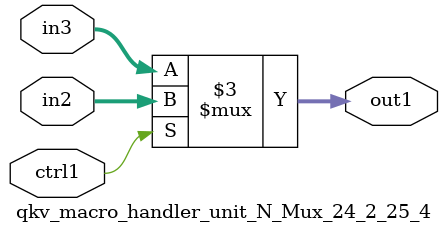
<source format=v>

`timescale 1ps / 1ps


module qkv_macro_handler_unit_N_Mux_24_2_25_4( in3, in2, ctrl1, out1 );

    input [23:0] in3;
    input [23:0] in2;
    input ctrl1;
    output [23:0] out1;
    reg [23:0] out1;

    
    // rtl_process:qkv_macro_handler_unit_N_Mux_24_2_25_4/qkv_macro_handler_unit_N_Mux_24_2_25_4_thread_1
    always @*
      begin : qkv_macro_handler_unit_N_Mux_24_2_25_4_thread_1
        case (ctrl1) 
          1'b1: 
            begin
              out1 = in2;
            end
          default: 
            begin
              out1 = in3;
            end
        endcase
      end

endmodule



</source>
